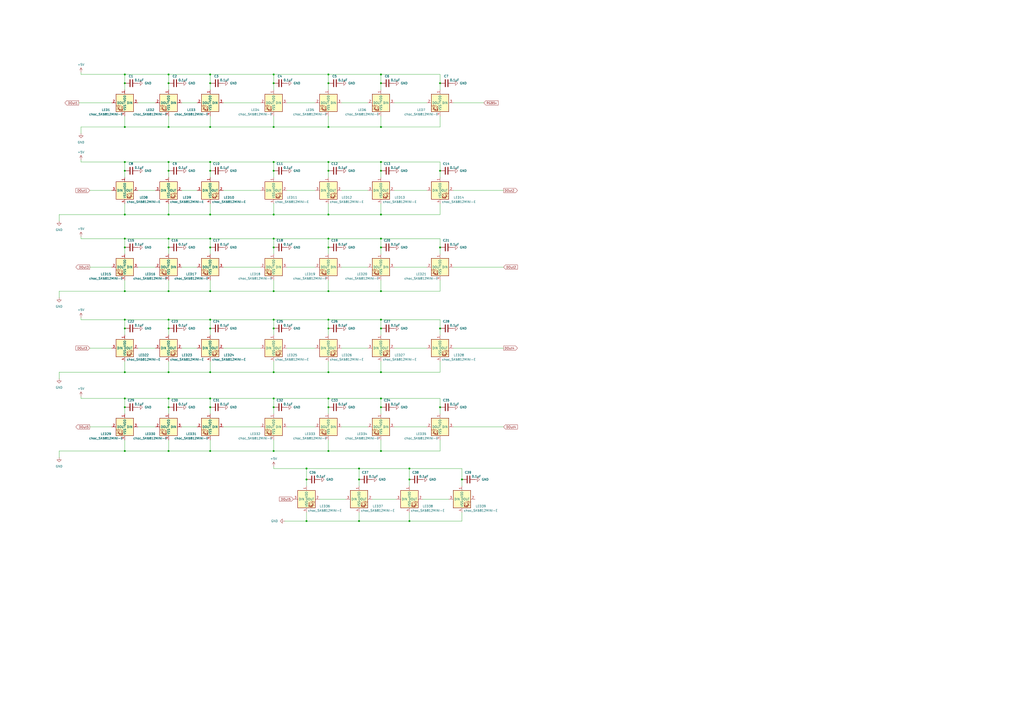
<source format=kicad_sch>
(kicad_sch (version 20231120) (generator "eeschema") (generator_version "8.0")
  (paper "A2")
  (junction (at 255.27 236.22))
  (junction (at 121.92 215.9))
  (junction (at 190.5 168.91))
  (junction (at 220.98 43.18))
  (junction (at 158.75 73.66))
  (junction (at 72.39 231.14))
  (junction (at 121.92 93.98))
  (junction (at 97.79 73.66))
  (junction (at 97.79 168.91))
  (junction (at 72.39 124.46))
  (junction (at 237.49 278.13))
  (junction (at 158.75 48.26))
  (junction (at 72.39 99.06))
  (junction (at 237.49 302.26))
  (junction (at 177.8 278.13))
  (junction (at 158.75 190.5))
  (junction (at 97.79 185.42))
  (junction (at 158.75 236.22))
  (junction (at 72.39 168.91))
  (junction (at 97.79 261.62))
  (junction (at 220.98 143.51))
  (junction (at 121.92 124.46))
  (junction (at 208.28 278.13))
  (junction (at 97.79 93.98))
  (junction (at 97.79 124.46))
  (junction (at 190.5 190.5))
  (junction (at 97.79 236.22))
  (junction (at 72.39 43.18))
  (junction (at 158.75 99.06))
  (junction (at 121.92 99.06))
  (junction (at 190.5 138.43))
  (junction (at 220.98 73.66))
  (junction (at 158.75 124.46))
  (junction (at 190.5 143.51))
  (junction (at 190.5 185.42))
  (junction (at 177.8 302.26))
  (junction (at 97.79 231.14))
  (junction (at 158.75 185.42))
  (junction (at 190.5 215.9))
  (junction (at 220.98 168.91))
  (junction (at 121.92 236.22))
  (junction (at 121.92 231.14))
  (junction (at 72.39 48.26))
  (junction (at 158.75 261.62))
  (junction (at 121.92 43.18))
  (junction (at 177.8 271.78))
  (junction (at 158.75 143.51))
  (junction (at 220.98 215.9))
  (junction (at 220.98 261.62))
  (junction (at 220.98 231.14))
  (junction (at 190.5 124.46))
  (junction (at 121.92 138.43))
  (junction (at 190.5 99.06))
  (junction (at 72.39 143.51))
  (junction (at 97.79 215.9))
  (junction (at 97.79 143.51))
  (junction (at 72.39 215.9))
  (junction (at 208.28 271.78))
  (junction (at 255.27 190.5))
  (junction (at 267.97 278.13))
  (junction (at 158.75 43.18))
  (junction (at 255.27 143.51))
  (junction (at 220.98 93.98))
  (junction (at 190.5 43.18))
  (junction (at 220.98 236.22))
  (junction (at 220.98 138.43))
  (junction (at 220.98 48.26))
  (junction (at 97.79 99.06))
  (junction (at 190.5 236.22))
  (junction (at 72.39 138.43))
  (junction (at 220.98 190.5))
  (junction (at 121.92 261.62))
  (junction (at 220.98 185.42))
  (junction (at 220.98 99.06))
  (junction (at 255.27 48.26))
  (junction (at 72.39 236.22))
  (junction (at 97.79 190.5))
  (junction (at 97.79 138.43))
  (junction (at 72.39 190.5))
  (junction (at 72.39 73.66))
  (junction (at 158.75 168.91))
  (junction (at 158.75 231.14))
  (junction (at 72.39 261.62))
  (junction (at 121.92 190.5))
  (junction (at 72.39 93.98))
  (junction (at 158.75 93.98))
  (junction (at 190.5 261.62))
  (junction (at 158.75 215.9))
  (junction (at 255.27 99.06))
  (junction (at 237.49 271.78))
  (junction (at 121.92 143.51))
  (junction (at 190.5 231.14))
  (junction (at 121.92 168.91))
  (junction (at 72.39 185.42))
  (junction (at 121.92 73.66))
  (junction (at 97.79 43.18))
  (junction (at 208.28 302.26))
  (junction (at 97.79 48.26))
  (junction (at 121.92 185.42))
  (junction (at 158.75 138.43))
  (junction (at 190.5 48.26))
  (junction (at 220.98 124.46))
  (junction (at 121.92 48.26))
  (junction (at 190.5 73.66))
  (junction (at 190.5 93.98))
  (wire (pts (xy 46.99 92.71) (xy 46.99 93.98)))
  (wire (pts (xy 267.97 271.78) (xy 267.97 278.13)))
  (wire (pts (xy 177.8 271.78) (xy 158.75 271.78)))
  (wire (pts (xy 198.12 201.93) (xy 213.36 201.93)))
  (wire (pts (xy 46.99 73.66) (xy 72.39 73.66)))
  (wire (pts (xy 190.5 73.66) (xy 220.98 73.66)))
  (wire (pts (xy 121.92 209.55) (xy 121.92 215.9)))
  (wire (pts (xy 158.75 102.87) (xy 158.75 99.06)))
  (wire (pts (xy 255.27 215.9) (xy 255.27 209.55)))
  (wire (pts (xy 129.54 201.93) (xy 151.13 201.93)))
  (wire (pts (xy 220.98 194.31) (xy 220.98 190.5)))
  (wire (pts (xy 97.79 102.87) (xy 97.79 99.06)))
  (wire (pts (xy 237.49 297.18) (xy 237.49 302.26)))
  (wire (pts (xy 158.75 209.55) (xy 158.75 215.9)))
  (wire (pts (xy 255.27 147.32) (xy 255.27 143.51)))
  (wire (pts (xy 198.12 154.94) (xy 213.36 154.94)))
  (wire (pts (xy 105.41 201.93) (xy 114.3 201.93)))
  (wire (pts (xy 228.6 247.65) (xy 247.65 247.65)))
  (wire (pts (xy 121.92 124.46) (xy 158.75 124.46)))
  (wire (pts (xy 190.5 231.14) (xy 220.98 231.14)))
  (wire (pts (xy 105.41 154.94) (xy 114.3 154.94)))
  (wire (pts (xy 190.5 261.62) (xy 220.98 261.62)))
  (wire (pts (xy 121.92 48.26) (xy 121.92 43.18)))
  (wire (pts (xy 121.92 194.31) (xy 121.92 190.5)))
  (wire (pts (xy 129.54 154.94) (xy 151.13 154.94)))
  (wire (pts (xy 220.98 43.18) (xy 220.98 48.26)))
  (wire (pts (xy 34.29 261.62) (xy 72.39 261.62)))
  (wire (pts (xy 72.39 255.27) (xy 72.39 261.62)))
  (wire (pts (xy 72.39 194.31) (xy 72.39 190.5)))
  (wire (pts (xy 190.5 168.91) (xy 220.98 168.91)))
  (wire (pts (xy 158.75 147.32) (xy 158.75 143.51)))
  (wire (pts (xy 220.98 67.31) (xy 220.98 73.66)))
  (wire (pts (xy 255.27 138.43) (xy 255.27 143.51)))
  (wire (pts (xy 121.92 190.5) (xy 121.92 185.42)))
  (wire (pts (xy 267.97 281.94) (xy 267.97 278.13)))
  (wire (pts (xy 237.49 302.26) (xy 267.97 302.26)))
  (wire (pts (xy 121.92 52.07) (xy 121.92 48.26)))
  (wire (pts (xy 220.98 168.91) (xy 255.27 168.91)))
  (wire (pts (xy 220.98 93.98) (xy 255.27 93.98)))
  (wire (pts (xy 220.98 240.03) (xy 220.98 236.22)))
  (wire (pts (xy 46.99 231.14) (xy 72.39 231.14)))
  (wire (pts (xy 34.29 124.46) (xy 34.29 128.27)))
  (wire (pts (xy 46.99 229.87) (xy 46.99 231.14)))
  (wire (pts (xy 121.92 143.51) (xy 121.92 138.43)))
  (wire (pts (xy 158.75 118.11) (xy 158.75 124.46)))
  (wire (pts (xy 34.29 215.9) (xy 34.29 219.71)))
  (wire (pts (xy 129.54 59.69) (xy 151.13 59.69)))
  (wire (pts (xy 158.75 168.91) (xy 190.5 168.91)))
  (wire (pts (xy 72.39 215.9) (xy 97.79 215.9)))
  (wire (pts (xy 72.39 124.46) (xy 97.79 124.46)))
  (wire (pts (xy 121.92 99.06) (xy 121.92 93.98)))
  (wire (pts (xy 208.28 278.13) (xy 208.28 281.94)))
  (wire (pts (xy 158.75 185.42) (xy 158.75 190.5)))
  (wire (pts (xy 72.39 67.31) (xy 72.39 73.66)))
  (wire (pts (xy 80.01 59.69) (xy 90.17 59.69)))
  (wire (pts (xy 220.98 261.62) (xy 255.27 261.62)))
  (wire (pts (xy 166.37 110.49) (xy 182.88 110.49)))
  (wire (pts (xy 97.79 93.98) (xy 121.92 93.98)))
  (wire (pts (xy 52.07 110.49) (xy 64.77 110.49)))
  (wire (pts (xy 97.79 240.03) (xy 97.79 236.22)))
  (wire (pts (xy 255.27 240.03) (xy 255.27 236.22)))
  (wire (pts (xy 220.98 124.46) (xy 255.27 124.46)))
  (wire (pts (xy 190.5 102.87) (xy 190.5 99.06)))
  (wire (pts (xy 166.37 59.69) (xy 182.88 59.69)))
  (wire (pts (xy 190.5 67.31) (xy 190.5 73.66)))
  (wire (pts (xy 121.92 93.98) (xy 158.75 93.98)))
  (wire (pts (xy 220.98 147.32) (xy 220.98 143.51)))
  (wire (pts (xy 72.39 147.32) (xy 72.39 143.51)))
  (wire (pts (xy 72.39 138.43) (xy 97.79 138.43)))
  (wire (pts (xy 190.5 93.98) (xy 190.5 99.06)))
  (wire (pts (xy 105.41 59.69) (xy 114.3 59.69)))
  (wire (pts (xy 237.49 271.78) (xy 267.97 271.78)))
  (wire (pts (xy 97.79 255.27) (xy 97.79 261.62)))
  (wire (pts (xy 72.39 168.91) (xy 97.79 168.91)))
  (wire (pts (xy 97.79 194.31) (xy 97.79 190.5)))
  (wire (pts (xy 158.75 231.14) (xy 190.5 231.14)))
  (wire (pts (xy 190.5 138.43) (xy 190.5 143.51)))
  (wire (pts (xy 158.75 93.98) (xy 158.75 99.06)))
  (wire (pts (xy 46.99 73.66) (xy 46.99 77.47)))
  (wire (pts (xy 158.75 261.62) (xy 190.5 261.62)))
  (wire (pts (xy 97.79 43.18) (xy 121.92 43.18)))
  (wire (pts (xy 255.27 93.98) (xy 255.27 99.06)))
  (wire (pts (xy 237.49 278.13) (xy 237.49 281.94)))
  (wire (pts (xy 158.75 73.66) (xy 190.5 73.66)))
  (wire (pts (xy 220.98 118.11) (xy 220.98 124.46)))
  (wire (pts (xy 220.98 209.55) (xy 220.98 215.9)))
  (wire (pts (xy 121.92 147.32) (xy 121.92 143.51)))
  (wire (pts (xy 34.29 168.91) (xy 72.39 168.91)))
  (wire (pts (xy 121.92 261.62) (xy 158.75 261.62)))
  (wire (pts (xy 46.99 184.15) (xy 46.99 185.42)))
  (wire (pts (xy 267.97 302.26) (xy 267.97 297.18)))
  (wire (pts (xy 97.79 261.62) (xy 121.92 261.62)))
  (wire (pts (xy 46.99 43.18) (xy 72.39 43.18)))
  (wire (pts (xy 177.8 302.26) (xy 208.28 302.26)))
  (wire (pts (xy 158.75 138.43) (xy 158.75 143.51)))
  (wire (pts (xy 80.01 154.94) (xy 90.17 154.94)))
  (wire (pts (xy 158.75 215.9) (xy 190.5 215.9)))
  (wire (pts (xy 190.5 43.18) (xy 220.98 43.18)))
  (wire (pts (xy 262.89 59.69) (xy 280.67 59.69)))
  (wire (pts (xy 220.98 138.43) (xy 220.98 143.51)))
  (wire (pts (xy 198.12 247.65) (xy 213.36 247.65)))
  (wire (pts (xy 190.5 124.46) (xy 220.98 124.46)))
  (wire (pts (xy 208.28 302.26) (xy 237.49 302.26)))
  (wire (pts (xy 72.39 143.51) (xy 72.39 138.43)))
  (wire (pts (xy 158.75 93.98) (xy 190.5 93.98)))
  (wire (pts (xy 228.6 201.93) (xy 247.65 201.93)))
  (wire (pts (xy 34.29 215.9) (xy 72.39 215.9)))
  (wire (pts (xy 72.39 99.06) (xy 72.39 93.98)))
  (wire (pts (xy 198.12 110.49) (xy 213.36 110.49)))
  (wire (pts (xy 220.98 215.9) (xy 255.27 215.9)))
  (wire (pts (xy 158.75 67.31) (xy 158.75 73.66)))
  (wire (pts (xy 72.39 102.87) (xy 72.39 99.06)))
  (wire (pts (xy 80.01 110.49) (xy 90.17 110.49)))
  (wire (pts (xy 158.75 255.27) (xy 158.75 261.62)))
  (wire (pts (xy 34.29 261.62) (xy 34.29 265.43)))
  (wire (pts (xy 220.98 43.18) (xy 255.27 43.18)))
  (wire (pts (xy 46.99 138.43) (xy 72.39 138.43)))
  (wire (pts (xy 190.5 93.98) (xy 220.98 93.98)))
  (wire (pts (xy 129.54 110.49) (xy 151.13 110.49)))
  (wire (pts (xy 97.79 190.5) (xy 97.79 185.42)))
  (wire (pts (xy 262.89 247.65) (xy 292.1 247.65)))
  (wire (pts (xy 190.5 138.43) (xy 220.98 138.43)))
  (wire (pts (xy 121.92 231.14) (xy 158.75 231.14)))
  (wire (pts (xy 158.75 185.42) (xy 190.5 185.42)))
  (wire (pts (xy 190.5 185.42) (xy 190.5 190.5)))
  (wire (pts (xy 121.92 102.87) (xy 121.92 99.06)))
  (wire (pts (xy 46.99 93.98) (xy 72.39 93.98)))
  (wire (pts (xy 255.27 52.07) (xy 255.27 48.26)))
  (wire (pts (xy 208.28 271.78) (xy 237.49 271.78)))
  (wire (pts (xy 97.79 147.32) (xy 97.79 143.51)))
  (wire (pts (xy 255.27 73.66) (xy 255.27 67.31)))
  (wire (pts (xy 262.89 154.94) (xy 292.1 154.94)))
  (wire (pts (xy 97.79 67.31) (xy 97.79 73.66)))
  (wire (pts (xy 158.75 43.18) (xy 158.75 48.26)))
  (wire (pts (xy 220.98 255.27) (xy 220.98 261.62)))
  (wire (pts (xy 97.79 168.91) (xy 121.92 168.91)))
  (wire (pts (xy 190.5 215.9) (xy 220.98 215.9)))
  (wire (pts (xy 121.92 215.9) (xy 158.75 215.9)))
  (wire (pts (xy 97.79 231.14) (xy 121.92 231.14)))
  (wire (pts (xy 121.92 162.56) (xy 121.92 168.91)))
  (wire (pts (xy 72.39 236.22) (xy 72.39 231.14)))
  (wire (pts (xy 220.98 138.43) (xy 255.27 138.43)))
  (wire (pts (xy 158.75 124.46) (xy 190.5 124.46)))
  (wire (pts (xy 72.39 162.56) (xy 72.39 168.91)))
  (wire (pts (xy 262.89 110.49) (xy 292.1 110.49)))
  (wire (pts (xy 190.5 231.14) (xy 190.5 236.22)))
  (wire (pts (xy 158.75 194.31) (xy 158.75 190.5)))
  (wire (pts (xy 72.39 209.55) (xy 72.39 215.9)))
  (wire (pts (xy 121.92 185.42) (xy 158.75 185.42)))
  (wire (pts (xy 255.27 43.18) (xy 255.27 48.26)))
  (wire (pts (xy 190.5 194.31) (xy 190.5 190.5)))
  (wire (pts (xy 72.39 190.5) (xy 72.39 185.42)))
  (wire (pts (xy 105.41 110.49) (xy 114.3 110.49)))
  (wire (pts (xy 121.92 73.66) (xy 158.75 73.66)))
  (wire (pts (xy 158.75 271.78) (xy 158.75 270.51)))
  (wire (pts (xy 177.8 278.13) (xy 177.8 281.94)))
  (wire (pts (xy 72.39 231.14) (xy 97.79 231.14)))
  (wire (pts (xy 228.6 110.49) (xy 247.65 110.49)))
  (wire (pts (xy 97.79 52.07) (xy 97.79 48.26)))
  (wire (pts (xy 190.5 118.11) (xy 190.5 124.46)))
  (wire (pts (xy 255.27 168.91) (xy 255.27 162.56)))
  (wire (pts (xy 72.39 52.07) (xy 72.39 48.26)))
  (wire (pts (xy 245.11 289.56) (xy 260.35 289.56)))
  (wire (pts (xy 255.27 102.87) (xy 255.27 99.06)))
  (wire (pts (xy 255.27 185.42) (xy 255.27 190.5)))
  (wire (pts (xy 72.39 118.11) (xy 72.39 124.46)))
  (wire (pts (xy 220.98 185.42) (xy 255.27 185.42)))
  (wire (pts (xy 97.79 138.43) (xy 121.92 138.43)))
  (wire (pts (xy 262.89 201.93) (xy 292.1 201.93)))
  (wire (pts (xy 190.5 185.42) (xy 220.98 185.42)))
  (wire (pts (xy 97.79 185.42) (xy 121.92 185.42)))
  (wire (pts (xy 220.98 231.14) (xy 255.27 231.14)))
  (wire (pts (xy 121.92 255.27) (xy 121.92 261.62)))
  (wire (pts (xy 220.98 73.66) (xy 255.27 73.66)))
  (wire (pts (xy 166.37 154.94) (xy 182.88 154.94)))
  (wire (pts (xy 190.5 52.07) (xy 190.5 48.26)))
  (wire (pts (xy 97.79 124.46) (xy 121.92 124.46)))
  (wire (pts (xy 72.39 240.03) (xy 72.39 236.22)))
  (wire (pts (xy 228.6 154.94) (xy 247.65 154.94)))
  (wire (pts (xy 121.92 168.91) (xy 158.75 168.91)))
  (wire (pts (xy 97.79 48.26) (xy 97.79 43.18)))
  (wire (pts (xy 190.5 162.56) (xy 190.5 168.91)))
  (wire (pts (xy 80.01 247.65) (xy 90.17 247.65)))
  (wire (pts (xy 121.92 118.11) (xy 121.92 124.46)))
  (wire (pts (xy 190.5 255.27) (xy 190.5 261.62)))
  (wire (pts (xy 228.6 59.69) (xy 247.65 59.69)))
  (wire (pts (xy 46.99 41.91) (xy 46.99 43.18)))
  (wire (pts (xy 121.92 240.03) (xy 121.92 236.22)))
  (wire (pts (xy 72.39 93.98) (xy 97.79 93.98)))
  (wire (pts (xy 190.5 209.55) (xy 190.5 215.9)))
  (wire (pts (xy 215.9 289.56) (xy 229.87 289.56)))
  (wire (pts (xy 190.5 147.32) (xy 190.5 143.51)))
  (wire (pts (xy 190.5 240.03) (xy 190.5 236.22)))
  (wire (pts (xy 255.27 194.31) (xy 255.27 190.5)))
  (wire (pts (xy 177.8 278.13) (xy 177.8 271.78)))
  (wire (pts (xy 255.27 231.14) (xy 255.27 236.22)))
  (wire (pts (xy 52.07 154.94) (xy 64.77 154.94)))
  (wire (pts (xy 177.8 297.18) (xy 177.8 302.26)))
  (wire (pts (xy 129.54 247.65) (xy 151.13 247.65)))
  (wire (pts (xy 80.01 201.93) (xy 90.17 201.93)))
  (wire (pts (xy 177.8 271.78) (xy 208.28 271.78)))
  (wire (pts (xy 158.75 162.56) (xy 158.75 168.91)))
  (wire (pts (xy 220.98 185.42) (xy 220.98 190.5)))
  (wire (pts (xy 255.27 261.62) (xy 255.27 255.27)))
  (wire (pts (xy 72.39 73.66) (xy 97.79 73.66)))
  (wire (pts (xy 72.39 48.26) (xy 72.39 43.18)))
  (wire (pts (xy 105.41 247.65) (xy 114.3 247.65)))
  (wire (pts (xy 158.75 52.07) (xy 158.75 48.26)))
  (wire (pts (xy 97.79 73.66) (xy 121.92 73.66)))
  (wire (pts (xy 46.99 137.16) (xy 46.99 138.43)))
  (wire (pts (xy 190.5 43.18) (xy 190.5 48.26)))
  (wire (pts (xy 166.37 247.65) (xy 182.88 247.65)))
  (wire (pts (xy 52.07 201.93) (xy 64.77 201.93)))
  (wire (pts (xy 72.39 185.42) (xy 97.79 185.42)))
  (wire (pts (xy 220.98 93.98) (xy 220.98 99.06)))
  (wire (pts (xy 34.29 168.91) (xy 34.29 172.72)))
  (wire (pts (xy 158.75 138.43) (xy 190.5 138.43)))
  (wire (pts (xy 166.37 201.93) (xy 182.88 201.93)))
  (wire (pts (xy 220.98 102.87) (xy 220.98 99.06)))
  (wire (pts (xy 177.8 302.26) (xy 165.1 302.26)))
  (wire (pts (xy 237.49 271.78) (xy 237.49 278.13)))
  (wire (pts (xy 121.92 138.43) (xy 158.75 138.43)))
  (wire (pts (xy 97.79 99.06) (xy 97.79 93.98)))
  (wire (pts (xy 158.75 43.18) (xy 190.5 43.18)))
  (wire (pts (xy 220.98 231.14) (xy 220.98 236.22)))
  (wire (pts (xy 255.27 124.46) (xy 255.27 118.11)))
  (wire (pts (xy 72.39 43.18) (xy 97.79 43.18)))
  (wire (pts (xy 97.79 143.51) (xy 97.79 138.43)))
  (wire (pts (xy 97.79 118.11) (xy 97.79 124.46)))
  (wire (pts (xy 46.99 185.42) (xy 72.39 185.42)))
  (wire (pts (xy 97.79 162.56) (xy 97.79 168.91)))
  (wire (pts (xy 208.28 297.18) (xy 208.28 302.26)))
  (wire (pts (xy 158.75 231.14) (xy 158.75 236.22)))
  (wire (pts (xy 121.92 236.22) (xy 121.92 231.14)))
  (wire (pts (xy 97.79 215.9) (xy 121.92 215.9)))
  (wire (pts (xy 34.29 124.46) (xy 72.39 124.46)))
  (wire (pts (xy 52.07 247.65) (xy 64.77 247.65)))
  (wire (pts (xy 97.79 209.55) (xy 97.79 215.9)))
  (wire (pts (xy 97.79 236.22) (xy 97.79 231.14)))
  (wire (pts (xy 45.72 59.69) (xy 64.77 59.69)))
  (wire (pts (xy 220.98 52.07) (xy 220.98 48.26)))
  (wire (pts (xy 158.75 240.03) (xy 158.75 236.22)))
  (wire (pts (xy 72.39 261.62) (xy 97.79 261.62)))
  (wire (pts (xy 220.98 162.56) (xy 220.98 168.91)))
  (wire (pts (xy 121.92 43.18) (xy 158.75 43.18)))
  (wire (pts (xy 185.42 289.56) (xy 200.66 289.56)))
  (wire (pts (xy 208.28 271.78) (xy 208.28 278.13)))
  (wire (pts (xy 198.12 59.69) (xy 213.36 59.69)))
  (wire (pts (xy 121.92 67.31) (xy 121.92 73.66)))
  (global_label "DOut2" (shape output) (at 292.1 110.49 0) (property "Intersheetrefs" "${INTERSHEET_REFS}" (effects (hide yes))))
  (global_label "RGB5v" (shape input) (at 280.67 59.69 0) (property "Intersheetrefs" "${INTERSHEET_REFS}" (effects (hide yes))))
  (global_label "DOut1" (shape output) (at 45.72 59.69 180) (property "Intersheetrefs" "${INTERSHEET_REFS}" (effects (hide yes))))
  (global_label "DOut5" (shape output) (at 52.07 247.65 180) (property "Intersheetrefs" "${INTERSHEET_REFS}" (effects (hide yes))))
  (global_label "DOut1" (shape input) (at 52.07 110.49 180) (property "Intersheetrefs" "${INTERSHEET_REFS}" (effects (hide yes))))
  (global_label "DOut5" (shape input) (at 170.18 289.56 180) (property "Intersheetrefs" "${INTERSHEET_REFS}" (effects (hide yes))))
  (global_label "DOut2" (shape input) (at 292.1 154.94 0) (property "Intersheetrefs" "${INTERSHEET_REFS}" (effects (hide yes))))
  (global_label "DOut3" (shape output) (at 52.07 154.94 180) (property "Intersheetrefs" "${INTERSHEET_REFS}" (effects (hide yes))))
  (global_label "DOut4" (shape output) (at 292.1 201.93 0) (property "Intersheetrefs" "${INTERSHEET_REFS}" (effects (hide yes))))
  (global_label "DOut3" (shape input) (at 52.07 201.93 180) (property "Intersheetrefs" "${INTERSHEET_REFS}" (effects (hide yes))))
  (global_label "DOut4" (shape input) (at 292.1 247.65 0) (property "Intersheetrefs" "${INTERSHEET_REFS}" (effects (hide yes))))
  (symbol (lib_id "power:GND") (at 198.12 143.51 90) (unit 1)
    (property "Reference" "#PWR039" (effects (hide yes)))
    (property "Value" "GND" (at 201.93 143.5099 90) (effects (justify right)))
    (property "Description" "Power symbol creates a global label with name \"GND\" , ground" (effects (hide yes)))
  )
  (symbol (lib_id "PCM_marbastlib-choc:choc_SK6812MINI-E") (at 255.27 201.93 0) (unit 1)
    (property "Reference" "LED28" (at 266.192 205.994 0))
    (property "Value" "choc_SK6812MINI-E" (at 266.192 208.534 0))
    (property "Footprint" "PCM_marbastlib-choc:LED_choc_6028R" (effects (hide yes)))
    (property "Description" "Reverse mount adressable LED (WS2812 protocol)" (effects (hide yes)))
  )
  (symbol (lib_id "power:GND") (at 228.6 99.06 90) (unit 1)
    (property "Reference" "#PWR031" (effects (hide yes)))
    (property "Value" "GND" (at 232.41 99.0599 90) (effects (justify right)))
    (property "Description" "Power symbol creates a global label with name \"GND\" , ground" (effects (hide yes)))
  )
  (symbol (lib_id "PCM_marbastlib-choc:choc_SK6812MINI-E") (at 121.92 247.65 0) (mirror y) (unit 1)
    (property "Reference" "LED31" (at 110.998 251.714 0))
    (property "Value" "choc_SK6812MINI-E" (at 110.998 254.254 0))
    (property "Footprint" "PCM_marbastlib-choc:LED_choc_6028R" (effects (hide yes)))
    (property "Description" "Reverse mount adressable LED (WS2812 protocol)" (effects (hide yes)))
  )
  (symbol (lib_id "Device:C") (at 224.79 99.06 90) (unit 1)
    (property "Reference" "C13" (at 224.536 94.996 90))
    (property "Value" "0.1uF" (at 229.362 97.282 90))
    (property "Footprint" "Capacitor_SMD:C_0402_1005Metric" (effects (hide yes)))
    (property "Description" "Unpolarized capacitor" (effects (hide yes)))
  )
  (symbol (lib_id "Device:C") (at 271.78 278.13 90) (unit 1)
    (property "Reference" "C39" (at 271.526 274.066 90))
    (property "Value" "0.1uF" (at 276.352 276.352 90))
    (property "Footprint" "Capacitor_SMD:C_0402_1005Metric" (effects (hide yes)))
    (property "Description" "Unpolarized capacitor" (effects (hide yes)))
  )
  (symbol (lib_id "power:GND") (at 275.59 278.13 90) (unit 1)
    (property "Reference" "#PWR079" (effects (hide yes)))
    (property "Value" "GND" (at 279.4 278.1299 90) (effects (justify right)))
    (property "Description" "Power symbol creates a global label with name \"GND\" , ground" (effects (hide yes)))
  )
  (symbol (lib_id "PCM_marbastlib-choc:choc_SK6812MINI-E") (at 158.75 110.49 0) (unit 1)
    (property "Reference" "LED11" (at 169.418 114.554 0))
    (property "Value" "choc_SK6812MINI-E" (at 169.418 117.094 0))
    (property "Footprint" "PCM_marbastlib-choc:LED_choc_6028R" (effects (hide yes)))
    (property "Description" "Reverse mount adressable LED (WS2812 protocol)" (effects (hide yes)))
  )
  (symbol (lib_id "Device:C") (at 241.3 278.13 90) (unit 1)
    (property "Reference" "C38" (at 241.046 274.066 90))
    (property "Value" "0.1uF" (at 245.872 276.352 90))
    (property "Footprint" "Capacitor_SMD:C_0402_1005Metric" (effects (hide yes)))
    (property "Description" "Unpolarized capacitor" (effects (hide yes)))
  )
  (symbol (lib_id "PCM_marbastlib-choc:choc_SK6812MINI-E") (at 237.49 289.56 0) (unit 1)
    (property "Reference" "LED38" (at 248.158 293.624 0))
    (property "Value" "choc_SK6812MINI-E" (at 248.158 296.164 0))
    (property "Footprint" "PCM_marbastlib-choc:LED_choc_6028R" (effects (hide yes)))
    (property "Description" "Reverse mount adressable LED (WS2812 protocol)" (effects (hide yes)))
  )
  (symbol (lib_id "PCM_marbastlib-choc:choc_SK6812MINI-E") (at 158.75 59.69 0) (mirror y) (unit 1)
    (property "Reference" "LED4" (at 148.082 63.754 0))
    (property "Value" "choc_SK6812MINI-E" (at 148.082 66.294 0))
    (property "Footprint" "PCM_marbastlib-choc:LED_choc_6028R" (effects (hide yes)))
    (property "Description" "Reverse mount adressable LED (WS2812 protocol)" (effects (hide yes)))
  )
  (symbol (lib_id "Device:C") (at 162.56 143.51 90) (unit 1)
    (property "Reference" "C18" (at 162.306 139.446 90))
    (property "Value" "0.1uF" (at 167.132 141.732 90))
    (property "Footprint" "Capacitor_SMD:C_0402_1005Metric" (effects (hide yes)))
    (property "Description" "Unpolarized capacitor" (effects (hide yes)))
  )
  (symbol (lib_id "power:GND") (at 80.01 99.06 90) (unit 1)
    (property "Reference" "#PWR026" (effects (hide yes)))
    (property "Value" "GND" (at 83.82 99.0599 90) (effects (justify right)))
    (property "Description" "Power symbol creates a global label with name \"GND\" , ground" (effects (hide yes)))
  )
  (symbol (lib_id "power:GND") (at 105.41 190.5 90) (unit 1)
    (property "Reference" "#PWR045" (effects (hide yes)))
    (property "Value" "GND" (at 109.22 190.4999 90) (effects (justify right)))
    (property "Description" "Power symbol creates a global label with name \"GND\" , ground" (effects (hide yes)))
  )
  (symbol (lib_id "PCM_marbastlib-choc:choc_SK6812MINI-E") (at 97.79 59.69 0) (mirror y) (unit 1)
    (property "Reference" "LED2" (at 87.122 63.754 0))
    (property "Value" "choc_SK6812MINI-E" (at 87.122 66.294 0))
    (property "Footprint" "PCM_marbastlib-choc:LED_choc_6028R" (effects (hide yes)))
    (property "Description" "Reverse mount adressable LED (WS2812 protocol)" (effects (hide yes)))
  )
  (symbol (lib_id "PCM_marbastlib-choc:choc_SK6812MINI-E") (at 255.27 110.49 0) (unit 1)
    (property "Reference" "LED14" (at 266.192 114.554 0))
    (property "Value" "choc_SK6812MINI-E" (at 266.192 117.094 0))
    (property "Footprint" "PCM_marbastlib-choc:LED_choc_6028R" (effects (hide yes)))
    (property "Description" "Reverse mount adressable LED (WS2812 protocol)" (effects (hide yes)))
  )
  (symbol (lib_id "Device:C") (at 76.2 143.51 90) (unit 1)
    (property "Reference" "C15" (at 75.946 139.446 90))
    (property "Value" "0.1uF" (at 80.772 141.732 90))
    (property "Footprint" "Capacitor_SMD:C_0402_1005Metric" (effects (hide yes)))
    (property "Description" "Unpolarized capacitor" (effects (hide yes)))
  )
  (symbol (lib_id "power:GND") (at 198.12 48.26 90) (unit 1)
    (property "Reference" "#PWR021" (effects (hide yes)))
    (property "Value" "GND" (at 201.93 48.2599 90) (effects (justify right)))
    (property "Description" "Power symbol creates a global label with name \"GND\" , ground" (effects (hide yes)))
  )
  (symbol (lib_id "Device:C") (at 259.08 99.06 90) (unit 1)
    (property "Reference" "C14" (at 258.826 94.996 90))
    (property "Value" "0.1uF" (at 263.652 97.282 90))
    (property "Footprint" "Capacitor_SMD:C_0402_1005Metric" (effects (hide yes)))
    (property "Description" "Unpolarized capacitor" (effects (hide yes)))
  )
  (symbol (lib_id "power:GND") (at 215.9 278.13 90) (unit 1)
    (property "Reference" "#PWR077" (effects (hide yes)))
    (property "Value" "GND" (at 219.71 278.1299 90) (effects (justify right)))
    (property "Description" "Power symbol creates a global label with name \"GND\" , ground" (effects (hide yes)))
  )
  (symbol (lib_id "Device:C") (at 194.31 48.26 90) (unit 1)
    (property "Reference" "C5" (at 194.056 44.196 90))
    (property "Value" "0.1uF" (at 198.882 46.482 90))
    (property "Footprint" "Capacitor_SMD:C_0402_1005Metric" (effects (hide yes)))
    (property "Description" "Unpolarized capacitor" (effects (hide yes)))
  )
  (symbol (lib_id "Device:C") (at 101.6 143.51 90) (unit 1)
    (property "Reference" "C16" (at 101.346 139.446 90))
    (property "Value" "0.1uF" (at 106.172 141.732 90))
    (property "Footprint" "Capacitor_SMD:C_0402_1005Metric" (effects (hide yes)))
    (property "Description" "Unpolarized capacitor" (effects (hide yes)))
  )
  (symbol (lib_id "power:GND") (at 262.89 48.26 90) (unit 1)
    (property "Reference" "#PWR023" (effects (hide yes)))
    (property "Value" "GND" (at 266.7 48.2599 90) (effects (justify right)))
    (property "Description" "Power symbol creates a global label with name \"GND\" , ground" (effects (hide yes)))
  )
  (symbol (lib_id "power:GND") (at 166.37 48.26 90) (unit 1)
    (property "Reference" "#PWR020" (effects (hide yes)))
    (property "Value" "GND" (at 170.18 48.2599 90) (effects (justify right)))
    (property "Description" "Power symbol creates a global label with name \"GND\" , ground" (effects (hide yes)))
  )
  (symbol (lib_id "Device:C") (at 181.61 278.13 90) (unit 1)
    (property "Reference" "C36" (at 181.356 274.066 90))
    (property "Value" "0.1uF" (at 186.182 276.352 90))
    (property "Footprint" "Capacitor_SMD:C_0402_1005Metric" (effects (hide yes)))
    (property "Description" "Unpolarized capacitor" (effects (hide yes)))
  )
  (symbol (lib_id "power:GND") (at 80.01 48.26 90) (unit 1)
    (property "Reference" "#PWR017" (effects (hide yes)))
    (property "Value" "GND" (at 83.82 48.2599 90) (effects (justify right)))
    (property "Description" "Power symbol creates a global label with name \"GND\" , ground" (effects (hide yes)))
  )
  (symbol (lib_id "power:GND") (at 34.29 219.71 0) (unit 1)
    (property "Reference" "#PWR051" (effects (hide yes)))
    (property "Value" "GND" (at 34.29 224.79 0))
    (property "Description" "Power symbol creates a global label with name \"GND\" , ground" (effects (hide yes)))
  )
  (symbol (lib_id "PCM_marbastlib-choc:choc_SK6812MINI-E") (at 97.79 110.49 0) (unit 1)
    (property "Reference" "LED9" (at 108.458 114.554 0))
    (property "Value" "choc_SK6812MINI-E" (at 108.458 117.094 0))
    (property "Footprint" "PCM_marbastlib-choc:LED_choc_6028R" (effects (hide yes)))
    (property "Description" "Reverse mount adressable LED (WS2812 protocol)" (effects (hide yes)))
  )
  (symbol (lib_id "power:GND") (at 185.42 278.13 90) (unit 1)
    (property "Reference" "#PWR076" (effects (hide yes)))
    (property "Value" "GND" (at 189.23 278.1299 90) (effects (justify right)))
    (property "Description" "Power symbol creates a global label with name \"GND\" , ground" (effects (hide yes)))
  )
  (symbol (lib_id "power:GND") (at 198.12 99.06 90) (unit 1)
    (property "Reference" "#PWR030" (effects (hide yes)))
    (property "Value" "GND" (at 201.93 99.0599 90) (effects (justify right)))
    (property "Description" "Power symbol creates a global label with name \"GND\" , ground" (effects (hide yes)))
  )
  (symbol (lib_id "PCM_marbastlib-choc:choc_SK6812MINI-E") (at 220.98 110.49 0) (unit 1)
    (property "Reference" "LED13" (at 231.902 114.554 0))
    (property "Value" "choc_SK6812MINI-E" (at 231.902 117.094 0))
    (property "Footprint" "PCM_marbastlib-choc:LED_choc_6028R" (effects (hide yes)))
    (property "Description" "Reverse mount adressable LED (WS2812 protocol)" (effects (hide yes)))
  )
  (symbol (lib_id "Device:C") (at 162.56 236.22 90) (unit 1)
    (property "Reference" "C32" (at 162.306 232.156 90))
    (property "Value" "0.1uF" (at 167.132 234.442 90))
    (property "Footprint" "Capacitor_SMD:C_0402_1005Metric" (effects (hide yes)))
    (property "Description" "Unpolarized capacitor" (effects (hide yes)))
  )
  (symbol (lib_id "power:GND") (at 262.89 236.22 90) (unit 1)
    (property "Reference" "#PWR059" (effects (hide yes)))
    (property "Value" "GND" (at 266.7 236.2199 90) (effects (justify right)))
    (property "Description" "Power symbol creates a global label with name \"GND\" , ground" (effects (hide yes)))
  )
  (symbol (lib_id "PCM_marbastlib-choc:choc_SK6812MINI-E") (at 121.92 110.49 0) (unit 1)
    (property "Reference" "LED10" (at 132.842 114.554 0))
    (property "Value" "choc_SK6812MINI-E" (at 132.842 117.094 0))
    (property "Footprint" "PCM_marbastlib-choc:LED_choc_6028R" (effects (hide yes)))
    (property "Description" "Reverse mount adressable LED (WS2812 protocol)" (effects (hide yes)))
  )
  (symbol (lib_id "power:GND") (at 129.54 143.51 90) (unit 1)
    (property "Reference" "#PWR037" (effects (hide yes)))
    (property "Value" "GND" (at 133.35 143.5099 90) (effects (justify right)))
    (property "Description" "Power symbol creates a global label with name \"GND\" , ground" (effects (hide yes)))
  )
  (symbol (lib_id "power:GND") (at 105.41 48.26 90) (unit 1)
    (property "Reference" "#PWR018" (effects (hide yes)))
    (property "Value" "GND" (at 109.22 48.2599 90) (effects (justify right)))
    (property "Description" "Power symbol creates a global label with name \"GND\" , ground" (effects (hide yes)))
  )
  (symbol (lib_id "PCM_marbastlib-choc:choc_SK6812MINI-E") (at 220.98 154.94 0) (mirror y) (unit 1)
    (property "Reference" "LED20" (at 210.058 159.004 0))
    (property "Value" "choc_SK6812MINI-E" (at 210.058 161.544 0))
    (property "Footprint" "PCM_marbastlib-choc:LED_choc_6028R" (effects (hide yes)))
    (property "Description" "Reverse mount adressable LED (WS2812 protocol)" (effects (hide yes)))
  )
  (symbol (lib_id "PCM_marbastlib-choc:choc_SK6812MINI-E") (at 158.75 201.93 0) (unit 1)
    (property "Reference" "LED25" (at 169.418 205.994 0))
    (property "Value" "choc_SK6812MINI-E" (at 169.418 208.534 0))
    (property "Footprint" "PCM_marbastlib-choc:LED_choc_6028R" (effects (hide yes)))
    (property "Description" "Reverse mount adressable LED (WS2812 protocol)" (effects (hide yes)))
  )
  (symbol (lib_id "Device:C") (at 212.09 278.13 90) (unit 1)
    (property "Reference" "C37" (at 211.836 274.066 90))
    (property "Value" "0.1uF" (at 216.662 276.352 90))
    (property "Footprint" "Capacitor_SMD:C_0402_1005Metric" (effects (hide yes)))
    (property "Description" "Unpolarized capacitor" (effects (hide yes)))
  )
  (symbol (lib_id "Device:C") (at 76.2 190.5 90) (unit 1)
    (property "Reference" "C22" (at 75.946 186.436 90))
    (property "Value" "0.1uF" (at 80.772 188.722 90))
    (property "Footprint" "Capacitor_SMD:C_0402_1005Metric" (effects (hide yes)))
    (property "Description" "Unpolarized capacitor" (effects (hide yes)))
  )
  (symbol (lib_id "PCM_marbastlib-choc:choc_SK6812MINI-E") (at 208.28 289.56 0) (unit 1)
    (property "Reference" "LED37" (at 219.202 293.624 0))
    (property "Value" "choc_SK6812MINI-E" (at 219.202 296.164 0))
    (property "Footprint" "PCM_marbastlib-choc:LED_choc_6028R" (effects (hide yes)))
    (property "Description" "Reverse mount adressable LED (WS2812 protocol)" (effects (hide yes)))
  )
  (symbol (lib_id "Device:C") (at 224.79 143.51 90) (unit 1)
    (property "Reference" "C20" (at 224.536 139.446 90))
    (property "Value" "0.1uF" (at 229.362 141.732 90))
    (property "Footprint" "Capacitor_SMD:C_0402_1005Metric" (effects (hide yes)))
    (property "Description" "Unpolarized capacitor" (effects (hide yes)))
  )
  (symbol (lib_id "power:GND") (at 262.89 143.51 90) (unit 1)
    (property "Reference" "#PWR041" (effects (hide yes)))
    (property "Value" "GND" (at 266.7 143.5099 90) (effects (justify right)))
    (property "Description" "Power symbol creates a global label with name \"GND\" , ground" (effects (hide yes)))
  )
  (symbol (lib_id "power:GND") (at 80.01 190.5 90) (unit 1)
    (property "Reference" "#PWR044" (effects (hide yes)))
    (property "Value" "GND" (at 83.82 190.4999 90) (effects (justify right)))
    (property "Description" "Power symbol creates a global label with name \"GND\" , ground" (effects (hide yes)))
  )
  (symbol (lib_id "PCM_marbastlib-choc:choc_SK6812MINI-E") (at 220.98 201.93 0) (unit 1)
    (property "Reference" "LED27" (at 231.902 205.994 0))
    (property "Value" "choc_SK6812MINI-E" (at 231.902 208.534 0))
    (property "Footprint" "PCM_marbastlib-choc:LED_choc_6028R" (effects (hide yes)))
    (property "Description" "Reverse mount adressable LED (WS2812 protocol)" (effects (hide yes)))
  )
  (symbol (lib_id "Device:C") (at 162.56 99.06 90) (unit 1)
    (property "Reference" "C11" (at 162.306 94.996 90))
    (property "Value" "0.1uF" (at 167.132 97.282 90))
    (property "Footprint" "Capacitor_SMD:C_0402_1005Metric" (effects (hide yes)))
    (property "Description" "Unpolarized capacitor" (effects (hide yes)))
  )
  (symbol (lib_id "Device:C") (at 259.08 143.51 90) (unit 1)
    (property "Reference" "C21" (at 258.826 139.446 90))
    (property "Value" "0.1uF" (at 263.652 141.732 90))
    (property "Footprint" "Capacitor_SMD:C_0402_1005Metric" (effects (hide yes)))
    (property "Description" "Unpolarized capacitor" (effects (hide yes)))
  )
  (symbol (lib_id "PCM_marbastlib-choc:choc_SK6812MINI-E") (at 121.92 201.93 0) (unit 1)
    (property "Reference" "LED24" (at 132.842 205.994 0))
    (property "Value" "choc_SK6812MINI-E" (at 132.842 208.534 0))
    (property "Footprint" "PCM_marbastlib-choc:LED_choc_6028R" (effects (hide yes)))
    (property "Description" "Reverse mount adressable LED (WS2812 protocol)" (effects (hide yes)))
  )
  (symbol (lib_id "PCM_marbastlib-choc:choc_SK6812MINI-E") (at 97.79 201.93 0) (unit 1)
    (property "Reference" "LED23" (at 108.458 205.994 0))
    (property "Value" "choc_SK6812MINI-E" (at 108.458 208.534 0))
    (property "Footprint" "PCM_marbastlib-choc:LED_choc_6028R" (effects (hide yes)))
    (property "Description" "Reverse mount adressable LED (WS2812 protocol)" (effects (hide yes)))
  )
  (symbol (lib_id "power:GND") (at 166.37 143.51 90) (unit 1)
    (property "Reference" "#PWR038" (effects (hide yes)))
    (property "Value" "GND" (at 170.18 143.5099 90) (effects (justify right)))
    (property "Description" "Power symbol creates a global label with name \"GND\" , ground" (effects (hide yes)))
  )
  (symbol (lib_id "power:GND") (at 165.1 302.26 270) (unit 1)
    (property "Reference" "#PWR080" (effects (hide yes)))
    (property "Value" "GND" (at 161.29 302.2599 90) (effects (justify right)))
    (property "Description" "Power symbol creates a global label with name \"GND\" , ground" (effects (hide yes)))
  )
  (symbol (lib_id "power:GND") (at 34.29 265.43 0) (unit 1)
    (property "Reference" "#PWR074" (effects (hide yes)))
    (property "Value" "GND" (at 34.29 270.51 0))
    (property "Description" "Power symbol creates a global label with name \"GND\" , ground" (effects (hide yes)))
  )
  (symbol (lib_id "power:GND") (at 198.12 190.5 90) (unit 1)
    (property "Reference" "#PWR048" (effects (hide yes)))
    (property "Value" "GND" (at 201.93 190.4999 90) (effects (justify right)))
    (property "Description" "Power symbol creates a global label with name \"GND\" , ground" (effects (hide yes)))
  )
  (symbol (lib_id "Device:C") (at 76.2 48.26 90) (unit 1)
    (property "Reference" "C1" (at 75.946 44.196 90))
    (property "Value" "0.1uF" (at 80.772 46.482 90))
    (property "Footprint" "Capacitor_SMD:C_0402_1005Metric" (effects (hide yes)))
    (property "Description" "Unpolarized capacitor" (effects (hide yes)))
  )
  (symbol (lib_id "PCM_marbastlib-choc:choc_SK6812MINI-E") (at 267.97 289.56 0) (unit 1)
    (property "Reference" "LED39" (at 278.892 293.624 0))
    (property "Value" "choc_SK6812MINI-E" (at 278.892 296.164 0))
    (property "Footprint" "PCM_marbastlib-choc:LED_choc_6028R" (effects (hide yes)))
    (property "Description" "Reverse mount adressable LED (WS2812 protocol)" (effects (hide yes)))
  )
  (symbol (lib_id "power:GND") (at 46.99 77.47 0) (unit 1)
    (property "Reference" "#PWR024" (effects (hide yes)))
    (property "Value" "GND" (at 46.99 82.55 0))
    (property "Description" "Power symbol creates a global label with name \"GND\" , ground" (effects (hide yes)))
  )
  (symbol (lib_id "Device:C") (at 125.73 48.26 90) (unit 1)
    (property "Reference" "C3" (at 125.476 44.196 90))
    (property "Value" "0.1uF" (at 130.302 46.482 90))
    (property "Footprint" "Capacitor_SMD:C_0402_1005Metric" (effects (hide yes)))
    (property "Description" "Unpolarized capacitor" (effects (hide yes)))
  )
  (symbol (lib_id "power:GND") (at 105.41 143.51 90) (unit 1)
    (property "Reference" "#PWR036" (effects (hide yes)))
    (property "Value" "GND" (at 109.22 143.5099 90) (effects (justify right)))
    (property "Description" "Power symbol creates a global label with name \"GND\" , ground" (effects (hide yes)))
  )
  (symbol (lib_id "power:GND") (at 166.37 190.5 90) (unit 1)
    (property "Reference" "#PWR047" (effects (hide yes)))
    (property "Value" "GND" (at 170.18 190.4999 90) (effects (justify right)))
    (property "Description" "Power symbol creates a global label with name \"GND\" , ground" (effects (hide yes)))
  )
  (symbol (lib_id "PCM_marbastlib-choc:choc_SK6812MINI-E") (at 255.27 59.69 0) (mirror y) (unit 1)
    (property "Reference" "LED7" (at 244.348 63.754 0))
    (property "Value" "choc_SK6812MINI-E" (at 244.348 66.294 0))
    (property "Footprint" "PCM_marbastlib-choc:LED_choc_6028R" (effects (hide yes)))
    (property "Description" "Reverse mount adressable LED (WS2812 protocol)" (effects (hide yes)))
  )
  (symbol (lib_id "Device:C") (at 125.73 236.22 90) (unit 1)
    (property "Reference" "C31" (at 125.476 232.156 90))
    (property "Value" "0.1uF" (at 130.302 234.442 90))
    (property "Footprint" "Capacitor_SMD:C_0402_1005Metric" (effects (hide yes)))
    (property "Description" "Unpolarized capacitor" (effects (hide yes)))
  )
  (symbol (lib_id "power:GND") (at 228.6 143.51 90) (unit 1)
    (property "Reference" "#PWR040" (effects (hide yes)))
    (property "Value" "GND" (at 232.41 143.5099 90) (effects (justify right)))
    (property "Description" "Power symbol creates a global label with name \"GND\" , ground" (effects (hide yes)))
  )
  (symbol (lib_id "Device:C") (at 224.79 190.5 90) (unit 1)
    (property "Reference" "C27" (at 224.536 186.436 90))
    (property "Value" "0.1uF" (at 229.362 188.722 90))
    (property "Footprint" "Capacitor_SMD:C_0402_1005Metric" (effects (hide yes)))
    (property "Description" "Unpolarized capacitor" (effects (hide yes)))
  )
  (symbol (lib_id "Device:C") (at 194.31 190.5 90) (unit 1)
    (property "Reference" "C26" (at 194.056 186.436 90))
    (property "Value" "0.1uF" (at 198.882 188.722 90))
    (property "Footprint" "Capacitor_SMD:C_0402_1005Metric" (effects (hide yes)))
    (property "Description" "Unpolarized capacitor" (effects (hide yes)))
  )
  (symbol (lib_id "PCM_marbastlib-choc:choc_SK6812MINI-E") (at 255.27 154.94 0) (mirror y) (unit 1)
    (property "Reference" "LED21" (at 244.348 159.004 0))
    (property "Value" "choc_SK6812MINI-E" (at 244.348 161.544 0))
    (property "Footprint" "PCM_marbastlib-choc:LED_choc_6028R" (effects (hide yes)))
    (property "Description" "Reverse mount adressable LED (WS2812 protocol)" (effects (hide yes)))
  )
  (symbol (lib_id "Device:C") (at 125.73 190.5 90) (unit 1)
    (property "Reference" "C24" (at 125.476 186.436 90))
    (property "Value" "0.1uF" (at 130.302 188.722 90))
    (property "Footprint" "Capacitor_SMD:C_0402_1005Metric" (effects (hide yes)))
    (property "Description" "Unpolarized capacitor" (effects (hide yes)))
  )
  (symbol (lib_id "power:GND") (at 34.29 128.27 0) (unit 1)
    (property "Reference" "#PWR033" (effects (hide yes)))
    (property "Value" "GND" (at 34.29 133.35 0))
    (property "Description" "Power symbol creates a global label with name \"GND\" , ground" (effects (hide yes)))
  )
  (symbol (lib_id "PCM_marbastlib-choc:choc_SK6812MINI-E") (at 72.39 201.93 0) (unit 1)
    (property "Reference" "LED22" (at 83.312 205.994 0))
    (property "Value" "choc_SK6812MINI-E" (at 83.312 208.534 0))
    (property "Footprint" "PCM_marbastlib-choc:LED_choc_6028R" (effects (hide yes)))
    (property "Description" "Reverse mount adressable LED (WS2812 protocol)" (effects (hide yes)))
  )
  (symbol (lib_id "power:GND") (at 228.6 48.26 90) (unit 1)
    (property "Reference" "#PWR022" (effects (hide yes)))
    (property "Value" "GND" (at 232.41 48.2599 90) (effects (justify right)))
    (property "Description" "Power symbol creates a global label with name \"GND\" , ground" (effects (hide yes)))
  )
  (symbol (lib_id "Device:C") (at 76.2 99.06 90) (unit 1)
    (property "Reference" "C8" (at 75.946 94.996 90))
    (property "Value" "0.1uF" (at 80.772 97.282 90))
    (property "Footprint" "Capacitor_SMD:C_0402_1005Metric" (effects (hide yes)))
    (property "Description" "Unpolarized capacitor" (effects (hide yes)))
  )
  (symbol (lib_id "PCM_marbastlib-choc:choc_SK6812MINI-E") (at 158.75 247.65 0) (mirror y) (unit 1)
    (property "Reference" "LED32" (at 148.082 251.714 0))
    (property "Value" "choc_SK6812MINI-E" (at 148.082 254.254 0))
    (property "Footprint" "PCM_marbastlib-choc:LED_choc_6028R" (effects (hide yes)))
    (property "Description" "Reverse mount adressable LED (WS2812 protocol)" (effects (hide yes)))
  )
  (symbol (lib_id "power:GND") (at 80.01 236.22 90) (unit 1)
    (property "Reference" "#PWR053" (effects (hide yes)))
    (property "Value" "GND" (at 83.82 236.2199 90) (effects (justify right)))
    (property "Description" "Power symbol creates a global label with name \"GND\" , ground" (effects (hide yes)))
  )
  (symbol (lib_id "Device:C") (at 76.2 236.22 90) (unit 1)
    (property "Reference" "C29" (at 75.946 232.156 90))
    (property "Value" "0.1uF" (at 80.772 234.442 90))
    (property "Footprint" "Capacitor_SMD:C_0402_1005Metric" (effects (hide yes)))
    (property "Description" "Unpolarized capacitor" (effects (hide yes)))
  )
  (symbol (lib_name "+5V_1") (lib_id "power:+5V") (at 46.99 229.87 0) (unit 1)
    (property "Reference" "#PWR052" (effects (hide yes)))
    (property "Value" "+5V" (at 46.99 225.425 0))
  )
  (symbol (lib_id "Device:C") (at 194.31 99.06 90) (unit 1)
    (property "Reference" "C12" (at 194.056 94.996 90))
    (property "Value" "0.1uF" (at 198.882 97.282 90))
    (property "Footprint" "Capacitor_SMD:C_0402_1005Metric" (effects (hide yes)))
    (property "Description" "Unpolarized capacitor" (effects (hide yes)))
  )
  (symbol (lib_id "power:GND") (at 245.11 278.13 90) (unit 1)
    (property "Reference" "#PWR078" (effects (hide yes)))
    (property "Value" "GND" (at 248.92 278.1299 90) (effects (justify right)))
    (property "Description" "Power symbol creates a global label with name \"GND\" , ground" (effects (hide yes)))
  )
  (symbol (lib_id "power:GND") (at 198.12 236.22 90) (unit 1)
    (property "Reference" "#PWR057" (effects (hide yes)))
    (property "Value" "GND" (at 201.93 236.2199 90) (effects (justify right)))
    (property "Description" "Power symbol creates a global label with name \"GND\" , ground" (effects (hide yes)))
  )
  (symbol (lib_id "PCM_marbastlib-choc:choc_SK6812MINI-E") (at 97.79 154.94 0) (mirror y) (unit 1)
    (property "Reference" "LED16" (at 87.122 159.004 0))
    (property "Value" "choc_SK6812MINI-E" (at 87.122 161.544 0))
    (property "Footprint" "PCM_marbastlib-choc:LED_choc_6028R" (effects (hide yes)))
    (property "Description" "Reverse mount adressable LED (WS2812 protocol)" (effects (hide yes)))
  )
  (symbol (lib_id "Device:C") (at 194.31 236.22 90) (unit 1)
    (property "Reference" "C33" (at 194.056 232.156 90))
    (property "Value" "0.1uF" (at 198.882 234.442 90))
    (property "Footprint" "Capacitor_SMD:C_0402_1005Metric" (effects (hide yes)))
    (property "Description" "Unpolarized capacitor" (effects (hide yes)))
  )
  (symbol (lib_id "power:GND") (at 228.6 236.22 90) (unit 1)
    (property "Reference" "#PWR058" (effects (hide yes)))
    (property "Value" "GND" (at 232.41 236.2199 90) (effects (justify right)))
    (property "Description" "Power symbol creates a global label with name \"GND\" , ground" (effects (hide yes)))
  )
  (symbol (lib_id "Device:C") (at 259.08 236.22 90) (unit 1)
    (property "Reference" "C35" (at 258.826 232.156 90))
    (property "Value" "0.1uF" (at 263.652 234.442 90))
    (property "Footprint" "Capacitor_SMD:C_0402_1005Metric" (effects (hide yes)))
    (property "Description" "Unpolarized capacitor" (effects (hide yes)))
  )
  (symbol (lib_id "power:GND") (at 105.41 236.22 90) (unit 1)
    (property "Reference" "#PWR054" (effects (hide yes)))
    (property "Value" "GND" (at 109.22 236.2199 90) (effects (justify right)))
    (property "Description" "Power symbol creates a global label with name \"GND\" , ground" (effects (hide yes)))
  )
  (symbol (lib_id "Device:C") (at 101.6 236.22 90) (unit 1)
    (property "Reference" "C30" (at 101.346 232.156 90))
    (property "Value" "0.1uF" (at 106.172 234.442 90))
    (property "Footprint" "Capacitor_SMD:C_0402_1005Metric" (effects (hide yes)))
    (property "Description" "Unpolarized capacitor" (effects (hide yes)))
  )
  (symbol (lib_id "Device:C") (at 224.79 48.26 90) (unit 1)
    (property "Reference" "C6" (at 224.536 44.196 90))
    (property "Value" "0.1uF" (at 229.362 46.482 90))
    (property "Footprint" "Capacitor_SMD:C_0402_1005Metric" (effects (hide yes)))
    (property "Description" "Unpolarized capacitor" (effects (hide yes)))
  )
  (symbol (lib_id "PCM_marbastlib-choc:choc_SK6812MINI-E") (at 97.79 247.65 0) (mirror y) (unit 1)
    (property "Reference" "LED30" (at 87.122 251.714 0))
    (property "Value" "choc_SK6812MINI-E" (at 87.122 254.254 0))
    (property "Footprint" "PCM_marbastlib-choc:LED_choc_6028R" (effects (hide yes)))
    (property "Description" "Reverse mount adressable LED (WS2812 protocol)" (effects (hide yes)))
  )
  (symbol (lib_id "PCM_marbastlib-choc:choc_SK6812MINI-E") (at 190.5 247.65 0) (mirror y) (unit 1)
    (property "Reference" "LED33" (at 179.832 251.714 0))
    (property "Value" "choc_SK6812MINI-E" (at 179.832 254.254 0))
    (property "Footprint" "PCM_marbastlib-choc:LED_choc_6028R" (effects (hide yes)))
    (property "Description" "Reverse mount adressable LED (WS2812 protocol)" (effects (hide yes)))
  )
  (symbol (lib_id "PCM_marbastlib-choc:choc_SK6812MINI-E") (at 190.5 154.94 0) (mirror y) (unit 1)
    (property "Reference" "LED19" (at 179.832 159.004 0))
    (property "Value" "choc_SK6812MINI-E" (at 179.832 161.544 0))
    (property "Footprint" "PCM_marbastlib-choc:LED_choc_6028R" (effects (hide yes)))
    (property "Description" "Reverse mount adressable LED (WS2812 protocol)" (effects (hide yes)))
  )
  (symbol (lib_id "Device:C") (at 224.79 236.22 90) (unit 1)
    (property "Reference" "C34" (at 224.536 232.156 90))
    (property "Value" "0.1uF" (at 229.362 234.442 90))
    (property "Footprint" "Capacitor_SMD:C_0402_1005Metric" (effects (hide yes)))
    (property "Description" "Unpolarized capacitor" (effects (hide yes)))
  )
  (symbol (lib_id "power:GND") (at 129.54 99.06 90) (unit 1)
    (property "Reference" "#PWR028" (effects (hide yes)))
    (property "Value" "GND" (at 133.35 99.0599 90) (effects (justify right)))
    (property "Description" "Power symbol creates a global label with name \"GND\" , ground" (effects (hide yes)))
  )
  (symbol (lib_id "Device:C") (at 259.08 190.5 90) (unit 1)
    (property "Reference" "C28" (at 258.826 186.436 90))
    (property "Value" "0.1uF" (at 263.652 188.722 90))
    (property "Footprint" "Capacitor_SMD:C_0402_1005Metric" (effects (hide yes)))
    (property "Description" "Unpolarized capacitor" (effects (hide yes)))
  )
  (symbol (lib_id "power:GND") (at 105.41 99.06 90) (unit 1)
    (property "Reference" "#PWR027" (effects (hide yes)))
    (property "Value" "GND" (at 109.22 99.0599 90) (effects (justify right)))
    (property "Description" "Power symbol creates a global label with name \"GND\" , ground" (effects (hide yes)))
  )
  (symbol (lib_id "Device:C") (at 125.73 99.06 90) (unit 1)
    (property "Reference" "C10" (at 125.476 94.996 90))
    (property "Value" "0.1uF" (at 130.302 97.282 90))
    (property "Footprint" "Capacitor_SMD:C_0402_1005Metric" (effects (hide yes)))
    (property "Description" "Unpolarized capacitor" (effects (hide yes)))
  )
  (symbol (lib_id "Device:C") (at 194.31 143.51 90) (unit 1)
    (property "Reference" "C19" (at 194.056 139.446 90))
    (property "Value" "0.1uF" (at 198.882 141.732 90))
    (property "Footprint" "Capacitor_SMD:C_0402_1005Metric" (effects (hide yes)))
    (property "Description" "Unpolarized capacitor" (effects (hide yes)))
  )
  (symbol (lib_id "power:GND") (at 129.54 48.26 90) (unit 1)
    (property "Reference" "#PWR019" (effects (hide yes)))
    (property "Value" "GND" (at 133.35 48.2599 90) (effects (justify right)))
    (property "Description" "Power symbol creates a global label with name \"GND\" , ground" (effects (hide yes)))
  )
  (symbol (lib_id "power:GND") (at 129.54 190.5 90) (unit 1)
    (property "Reference" "#PWR046" (effects (hide yes)))
    (property "Value" "GND" (at 133.35 190.4999 90) (effects (justify right)))
    (property "Description" "Power symbol creates a global label with name \"GND\" , ground" (effects (hide yes)))
  )
  (symbol (lib_id "PCM_marbastlib-choc:choc_SK6812MINI-E") (at 220.98 59.69 0) (mirror y) (unit 1)
    (property "Reference" "LED6" (at 210.058 63.754 0))
    (property "Value" "choc_SK6812MINI-E" (at 210.058 66.294 0))
    (property "Footprint" "PCM_marbastlib-choc:LED_choc_6028R" (effects (hide yes)))
    (property "Description" "Reverse mount adressable LED (WS2812 protocol)" (effects (hide yes)))
  )
  (symbol (lib_id "Device:C") (at 162.56 48.26 90) (unit 1)
    (property "Reference" "C4" (at 162.306 44.196 90))
    (property "Value" "0.1uF" (at 167.132 46.482 90))
    (property "Footprint" "Capacitor_SMD:C_0402_1005Metric" (effects (hide yes)))
    (property "Description" "Unpolarized capacitor" (effects (hide yes)))
  )
  (symbol (lib_id "PCM_marbastlib-choc:choc_SK6812MINI-E") (at 177.8 289.56 0) (unit 1)
    (property "Reference" "LED36" (at 188.468 293.624 0))
    (property "Value" "choc_SK6812MINI-E" (at 188.468 296.164 0))
    (property "Footprint" "PCM_marbastlib-choc:LED_choc_6028R" (effects (hide yes)))
    (property "Description" "Reverse mount adressable LED (WS2812 protocol)" (effects (hide yes)))
  )
  (symbol (lib_id "PCM_marbastlib-choc:choc_SK6812MINI-E") (at 72.39 59.69 0) (mirror y) (unit 1)
    (property "Reference" "LED1" (at 61.468 63.754 0))
    (property "Value" "choc_SK6812MINI-E" (at 61.468 66.294 0))
    (property "Footprint" "PCM_marbastlib-choc:LED_choc_6028R" (effects (hide yes)))
    (property "Description" "Reverse mount adressable LED (WS2812 protocol)" (effects (hide yes)))
  )
  (symbol (lib_id "PCM_marbastlib-choc:choc_SK6812MINI-E") (at 72.39 110.49 0) (unit 1)
    (property "Reference" "LED8" (at 83.312 114.554 0))
    (property "Value" "choc_SK6812MINI-E" (at 83.312 117.094 0))
    (property "Footprint" "PCM_marbastlib-choc:LED_choc_6028R" (effects (hide yes)))
    (property "Description" "Reverse mount adressable LED (WS2812 protocol)" (effects (hide yes)))
  )
  (symbol (lib_name "+5V_1") (lib_id "power:+5V") (at 46.99 92.71 0) (unit 1)
    (property "Reference" "#PWR025" (effects (hide yes)))
    (property "Value" "+5V" (at 46.99 88.265 0))
  )
  (symbol (lib_name "+5V_1") (lib_id "power:+5V") (at 46.99 137.16 0) (unit 1)
    (property "Reference" "#PWR034" (effects (hide yes)))
    (property "Value" "+5V" (at 46.99 132.715 0))
  )
  (symbol (lib_id "power:GND") (at 262.89 190.5 90) (unit 1)
    (property "Reference" "#PWR050" (effects (hide yes)))
    (property "Value" "GND" (at 266.7 190.4999 90) (effects (justify right)))
    (property "Description" "Power symbol creates a global label with name \"GND\" , ground" (effects (hide yes)))
  )
  (symbol (lib_id "PCM_marbastlib-choc:choc_SK6812MINI-E") (at 121.92 59.69 0) (mirror y) (unit 1)
    (property "Reference" "LED3" (at 110.998 63.754 0))
    (property "Value" "choc_SK6812MINI-E" (at 110.998 66.294 0))
    (property "Footprint" "PCM_marbastlib-choc:LED_choc_6028R" (effects (hide yes)))
    (property "Description" "Reverse mount adressable LED (WS2812 protocol)" (effects (hide yes)))
  )
  (symbol (lib_id "PCM_marbastlib-choc:choc_SK6812MINI-E") (at 158.75 154.94 0) (mirror y) (unit 1)
    (property "Reference" "LED18" (at 148.082 159.004 0))
    (property "Value" "choc_SK6812MINI-E" (at 148.082 161.544 0))
    (property "Footprint" "PCM_marbastlib-choc:LED_choc_6028R" (effects (hide yes)))
    (property "Description" "Reverse mount adressable LED (WS2812 protocol)" (effects (hide yes)))
  )
  (symbol (lib_name "+5V_1") (lib_id "power:+5V") (at 46.99 41.91 0) (unit 1)
    (property "Reference" "#PWR016" (effects (hide yes)))
    (property "Value" "+5V" (at 46.99 37.465 0))
  )
  (symbol (lib_id "PCM_marbastlib-choc:choc_SK6812MINI-E") (at 190.5 59.69 0) (mirror y) (unit 1)
    (property "Reference" "LED5" (at 179.832 63.754 0))
    (property "Value" "choc_SK6812MINI-E" (at 179.832 66.294 0))
    (property "Footprint" "PCM_marbastlib-choc:LED_choc_6028R" (effects (hide yes)))
    (property "Description" "Reverse mount adressable LED (WS2812 protocol)" (effects (hide yes)))
  )
  (symbol (lib_id "power:GND") (at 262.89 99.06 90) (unit 1)
    (property "Reference" "#PWR032" (effects (hide yes)))
    (property "Value" "GND" (at 266.7 99.0599 90) (effects (justify right)))
    (property "Description" "Power symbol creates a global label with name \"GND\" , ground" (effects (hide yes)))
  )
  (symbol (lib_id "power:GND") (at 166.37 99.06 90) (unit 1)
    (property "Reference" "#PWR029" (effects (hide yes)))
    (property "Value" "GND" (at 170.18 99.0599 90) (effects (justify right)))
    (property "Description" "Power symbol creates a global label with name \"GND\" , ground" (effects (hide yes)))
  )
  (symbol (lib_name "+5V_1") (lib_id "power:+5V") (at 158.75 270.51 0) (unit 1)
    (property "Reference" "#PWR075" (effects (hide yes)))
    (property "Value" "+5V" (at 158.75 266.065 0))
  )
  (symbol (lib_id "PCM_marbastlib-choc:choc_SK6812MINI-E") (at 72.39 154.94 0) (mirror y) (unit 1)
    (property "Reference" "LED15" (at 61.468 159.004 0))
    (property "Value" "choc_SK6812MINI-E" (at 61.468 161.544 0))
    (property "Footprint" "PCM_marbastlib-choc:LED_choc_6028R" (effects (hide yes)))
    (property "Description" "Reverse mount adressable LED (WS2812 protocol)" (effects (hide yes)))
  )
  (symbol (lib_id "power:GND") (at 166.37 236.22 90) (unit 1)
    (property "Reference" "#PWR056" (effects (hide yes)))
    (property "Value" "GND" (at 170.18 236.2199 90) (effects (justify right)))
    (property "Description" "Power symbol creates a global label with name \"GND\" , ground" (effects (hide yes)))
  )
  (symbol (lib_name "+5V_1") (lib_id "power:+5V") (at 46.99 184.15 0) (unit 1)
    (property "Reference" "#PWR043" (effects (hide yes)))
    (property "Value" "+5V" (at 46.99 179.705 0))
  )
  (symbol (lib_id "PCM_marbastlib-choc:choc_SK6812MINI-E") (at 190.5 110.49 0) (unit 1)
    (property "Reference" "LED12" (at 201.168 114.554 0))
    (property "Value" "choc_SK6812MINI-E" (at 201.168 117.094 0))
    (property "Footprint" "PCM_marbastlib-choc:LED_choc_6028R" (effects (hide yes)))
    (property "Description" "Reverse mount adressable LED (WS2812 protocol)" (effects (hide yes)))
  )
  (symbol (lib_id "Device:C") (at 101.6 190.5 90) (unit 1)
    (property "Reference" "C23" (at 101.346 186.436 90))
    (property "Value" "0.1uF" (at 106.172 188.722 90))
    (property "Footprint" "Capacitor_SMD:C_0402_1005Metric" (effects (hide yes)))
    (property "Description" "Unpolarized capacitor" (effects (hide yes)))
  )
  (symbol (lib_id "power:GND") (at 80.01 143.51 90) (unit 1)
    (property "Reference" "#PWR035" (effects (hide yes)))
    (property "Value" "GND" (at 83.82 143.5099 90) (effects (justify right)))
    (property "Description" "Power symbol creates a global label with name \"GND\" , ground" (effects (hide yes)))
  )
  (symbol (lib_id "PCM_marbastlib-choc:choc_SK6812MINI-E") (at 190.5 201.93 0) (unit 1)
    (property "Reference" "LED26" (at 201.168 205.994 0))
    (property "Value" "choc_SK6812MINI-E" (at 201.168 208.534 0))
    (property "Footprint" "PCM_marbastlib-choc:LED_choc_6028R" (effects (hide yes)))
    (property "Description" "Reverse mount adressable LED (WS2812 protocol)" (effects (hide yes)))
  )
  (symbol (lib_id "PCM_marbastlib-choc:choc_SK6812MINI-E") (at 255.27 247.65 0) (mirror y) (unit 1)
    (property "Reference" "LED35" (at 244.348 251.714 0))
    (property "Value" "choc_SK6812MINI-E" (at 244.348 254.254 0))
    (property "Footprint" "PCM_marbastlib-choc:LED_choc_6028R" (effects (hide yes)))
    (property "Description" "Reverse mount adressable LED (WS2812 protocol)" (effects (hide yes)))
  )
  (symbol (lib_id "Device:C") (at 101.6 99.06 90) (unit 1)
    (property "Reference" "C9" (at 101.346 94.996 90))
    (property "Value" "0.1uF" (at 106.172 97.282 90))
    (property "Footprint" "Capacitor_SMD:C_0402_1005Metric" (effects (hide yes)))
    (property "Description" "Unpolarized capacitor" (effects (hide yes)))
  )
  (symbol (lib_id "power:GND") (at 34.29 172.72 0) (unit 1)
    (property "Reference" "#PWR042" (effects (hide yes)))
    (property "Value" "GND" (at 34.29 177.8 0))
    (property "Description" "Power symbol creates a global label with name \"GND\" , ground" (effects (hide yes)))
  )
  (symbol (lib_id "power:GND") (at 228.6 190.5 90) (unit 1)
    (property "Reference" "#PWR049" (effects (hide yes)))
    (property "Value" "GND" (at 232.41 190.4999 90) (effects (justify right)))
    (property "Description" "Power symbol creates a global label with name \"GND\" , ground" (effects (hide yes)))
  )
  (symbol (lib_id "PCM_marbastlib-choc:choc_SK6812MINI-E") (at 72.39 247.65 0) (mirror y) (unit 1)
    (property "Reference" "LED29" (at 61.468 251.714 0))
    (property "Value" "choc_SK6812MINI-E" (at 61.468 254.254 0))
    (property "Footprint" "PCM_marbastlib-choc:LED_choc_6028R" (effects (hide yes)))
    (property "Description" "Reverse mount adressable LED (WS2812 protocol)" (effects (hide yes)))
  )
  (symbol (lib_id "power:GND") (at 129.54 236.22 90) (unit 1)
    (property "Reference" "#PWR055" (effects (hide yes)))
    (property "Value" "GND" (at 133.35 236.2199 90) (effects (justify right)))
    (property "Description" "Power symbol creates a global label with name \"GND\" , ground" (effects (hide yes)))
  )
  (symbol (lib_id "Device:C") (at 101.6 48.26 90) (unit 1)
    (property "Reference" "C2" (at 101.346 44.196 90))
    (property "Value" "0.1uF" (at 106.172 46.482 90))
    (property "Footprint" "Capacitor_SMD:C_0402_1005Metric" (effects (hide yes)))
    (property "Description" "Unpolarized capacitor" (effects (hide yes)))
  )
  (symbol (lib_id "Device:C") (at 259.08 48.26 90) (unit 1)
    (property "Reference" "C7" (at 258.826 44.196 90))
    (property "Value" "0.1uF" (at 263.652 46.482 90))
    (property "Footprint" "Capacitor_SMD:C_0402_1005Metric" (effects (hide yes)))
    (property "Description" "Unpolarized capacitor" (effects (hide yes)))
  )
  (symbol (lib_id "Device:C") (at 162.56 190.5 90) (unit 1)
    (property "Reference" "C25" (at 162.306 186.436 90))
    (property "Value" "0.1uF" (at 167.132 188.722 90))
    (property "Footprint" "Capacitor_SMD:C_0402_1005Metric" (effects (hide yes)))
    (property "Description" "Unpolarized capacitor" (effects (hide yes)))
  )
  (symbol (lib_id "PCM_marbastlib-choc:choc_SK6812MINI-E") (at 220.98 247.65 0) (mirror y) (unit 1)
    (property "Reference" "LED34" (at 210.058 251.714 0))
    (property "Value" "choc_SK6812MINI-E" (at 210.058 254.254 0))
    (property "Footprint" "PCM_marbastlib-choc:LED_choc_6028R" (effects (hide yes)))
    (property "Description" "Reverse mount adressable LED (WS2812 protocol)" (effects (hide yes)))
  )
  (symbol (lib_id "Device:C") (at 125.73 143.51 90) (unit 1)
    (property "Reference" "C17" (at 125.476 139.446 90))
    (property "Value" "0.1uF" (at 130.302 141.732 90))
    (property "Footprint" "Capacitor_SMD:C_0402_1005Metric" (effects (hide yes)))
    (property "Description" "Unpolarized capacitor" (effects (hide yes)))
  )
  (symbol (lib_id "PCM_marbastlib-choc:choc_SK6812MINI-E") (at 121.92 154.94 0) (mirror y) (unit 1)
    (property "Reference" "LED17" (at 110.998 159.004 0))
    (property "Value" "choc_SK6812MINI-E" (at 110.998 161.544 0))
    (property "Footprint" "PCM_marbastlib-choc:LED_choc_6028R" (effects (hide yes)))
    (property "Description" "Reverse mount adressable LED (WS2812 protocol)" (effects (hide yes)))
  )
)
</source>
